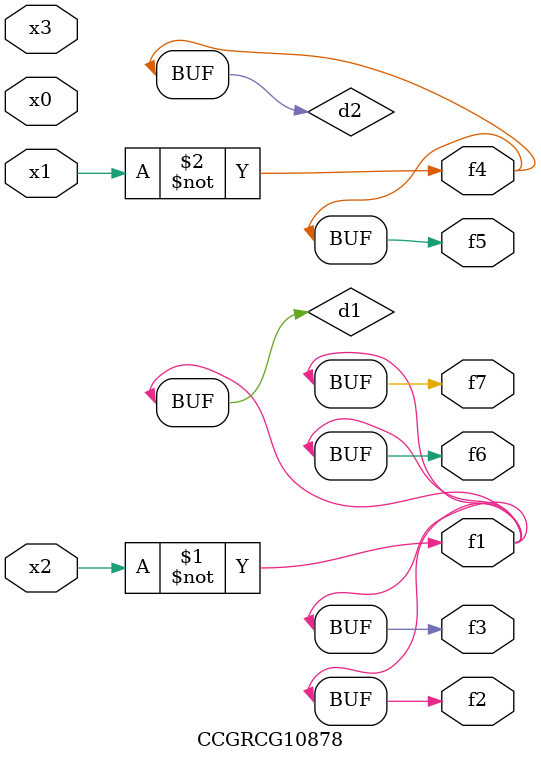
<source format=v>
module CCGRCG10878(
	input x0, x1, x2, x3,
	output f1, f2, f3, f4, f5, f6, f7
);

	wire d1, d2;

	xnor (d1, x2);
	not (d2, x1);
	assign f1 = d1;
	assign f2 = d1;
	assign f3 = d1;
	assign f4 = d2;
	assign f5 = d2;
	assign f6 = d1;
	assign f7 = d1;
endmodule

</source>
